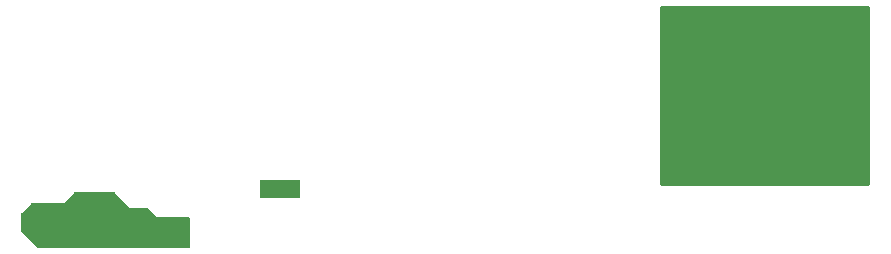
<source format=gbr>
G04 EAGLE Gerber X2 export*
%TF.Part,Single*%
%TF.FileFunction,Other,stiffener on top layer*%
%TF.FilePolarity,Positive*%
%TF.GenerationSoftware,Autodesk,EAGLE,9.6.2*%
%TF.CreationDate,2022-04-17T12:17:04Z*%
G75*
%MOMM*%
%FSLAX34Y34*%
%LPD*%
%INstiffener top*%
%AMOC8*
5,1,8,0,0,1.08239X$1,22.5*%
G01*
%ADD10R,3.500000X1.500000*%

G36*
X789618Y-46254D02*
X789618Y-46254D01*
X789737Y-46247D01*
X789775Y-46234D01*
X789816Y-46229D01*
X789926Y-46186D01*
X790039Y-46149D01*
X790074Y-46127D01*
X790111Y-46112D01*
X790207Y-46043D01*
X790308Y-45979D01*
X790336Y-45949D01*
X790369Y-45926D01*
X790445Y-45834D01*
X790526Y-45747D01*
X790546Y-45712D01*
X790571Y-45681D01*
X790622Y-45573D01*
X790680Y-45469D01*
X790690Y-45429D01*
X790707Y-45393D01*
X790729Y-45276D01*
X790759Y-45161D01*
X790763Y-45101D01*
X790767Y-45081D01*
X790765Y-45060D01*
X790769Y-45000D01*
X790769Y105000D01*
X790754Y105118D01*
X790747Y105237D01*
X790734Y105275D01*
X790729Y105316D01*
X790686Y105426D01*
X790649Y105539D01*
X790627Y105574D01*
X790612Y105611D01*
X790543Y105707D01*
X790479Y105808D01*
X790449Y105836D01*
X790426Y105869D01*
X790334Y105945D01*
X790247Y106026D01*
X790212Y106046D01*
X790181Y106071D01*
X790073Y106122D01*
X789969Y106180D01*
X789929Y106190D01*
X789893Y106207D01*
X789776Y106229D01*
X789661Y106259D01*
X789601Y106263D01*
X789581Y106267D01*
X789560Y106265D01*
X789500Y106269D01*
X615000Y106269D01*
X614882Y106254D01*
X614763Y106247D01*
X614725Y106234D01*
X614684Y106229D01*
X614574Y106186D01*
X614461Y106149D01*
X614426Y106127D01*
X614389Y106112D01*
X614293Y106043D01*
X614192Y105979D01*
X614164Y105949D01*
X614131Y105926D01*
X614056Y105834D01*
X613974Y105747D01*
X613954Y105712D01*
X613929Y105681D01*
X613878Y105573D01*
X613820Y105469D01*
X613810Y105429D01*
X613793Y105393D01*
X613771Y105276D01*
X613741Y105161D01*
X613737Y105101D01*
X613733Y105081D01*
X613735Y105060D01*
X613731Y105000D01*
X613731Y-45000D01*
X613746Y-45118D01*
X613753Y-45237D01*
X613766Y-45275D01*
X613771Y-45316D01*
X613814Y-45426D01*
X613851Y-45539D01*
X613873Y-45574D01*
X613888Y-45611D01*
X613958Y-45707D01*
X614021Y-45808D01*
X614051Y-45836D01*
X614074Y-45869D01*
X614166Y-45945D01*
X614253Y-46026D01*
X614288Y-46046D01*
X614319Y-46071D01*
X614427Y-46122D01*
X614531Y-46180D01*
X614571Y-46190D01*
X614607Y-46207D01*
X614724Y-46229D01*
X614839Y-46259D01*
X614900Y-46263D01*
X614920Y-46267D01*
X614940Y-46265D01*
X615000Y-46269D01*
X789500Y-46269D01*
X789618Y-46254D01*
G37*
G36*
X214026Y-98520D02*
X214026Y-98520D01*
X214052Y-98522D01*
X214199Y-98500D01*
X214346Y-98483D01*
X214371Y-98475D01*
X214397Y-98471D01*
X214535Y-98416D01*
X214674Y-98366D01*
X214696Y-98352D01*
X214721Y-98342D01*
X214842Y-98257D01*
X214967Y-98177D01*
X214985Y-98158D01*
X215007Y-98143D01*
X215106Y-98033D01*
X215209Y-97926D01*
X215223Y-97904D01*
X215240Y-97884D01*
X215312Y-97754D01*
X215388Y-97627D01*
X215396Y-97602D01*
X215409Y-97579D01*
X215449Y-97436D01*
X215494Y-97295D01*
X215496Y-97269D01*
X215504Y-97244D01*
X215523Y-97000D01*
X215523Y-74000D01*
X215520Y-73974D01*
X215522Y-73948D01*
X215500Y-73801D01*
X215483Y-73654D01*
X215475Y-73629D01*
X215471Y-73603D01*
X215416Y-73465D01*
X215366Y-73326D01*
X215352Y-73304D01*
X215342Y-73279D01*
X215257Y-73158D01*
X215177Y-73033D01*
X215158Y-73015D01*
X215143Y-72993D01*
X215033Y-72894D01*
X214926Y-72791D01*
X214904Y-72777D01*
X214884Y-72760D01*
X214754Y-72688D01*
X214627Y-72612D01*
X214602Y-72604D01*
X214579Y-72591D01*
X214436Y-72551D01*
X214295Y-72506D01*
X214269Y-72504D01*
X214244Y-72496D01*
X214000Y-72477D01*
X187631Y-72477D01*
X180077Y-64923D01*
X179978Y-64844D01*
X179884Y-64760D01*
X179842Y-64736D01*
X179804Y-64706D01*
X179690Y-64652D01*
X179579Y-64591D01*
X179533Y-64578D01*
X179489Y-64557D01*
X179366Y-64531D01*
X179244Y-64496D01*
X179183Y-64492D01*
X179148Y-64484D01*
X179100Y-64485D01*
X179000Y-64477D01*
X164631Y-64477D01*
X152077Y-51923D01*
X151978Y-51844D01*
X151884Y-51760D01*
X151842Y-51736D01*
X151804Y-51706D01*
X151690Y-51652D01*
X151579Y-51591D01*
X151533Y-51578D01*
X151489Y-51557D01*
X151366Y-51531D01*
X151244Y-51496D01*
X151183Y-51492D01*
X151148Y-51484D01*
X151100Y-51485D01*
X151000Y-51477D01*
X118000Y-51477D01*
X117874Y-51491D01*
X117748Y-51498D01*
X117702Y-51511D01*
X117654Y-51517D01*
X117535Y-51559D01*
X117413Y-51594D01*
X117371Y-51618D01*
X117326Y-51634D01*
X117219Y-51703D01*
X117109Y-51764D01*
X117063Y-51804D01*
X117033Y-51823D01*
X116999Y-51858D01*
X116923Y-51923D01*
X108369Y-60477D01*
X82000Y-60477D01*
X81874Y-60491D01*
X81748Y-60498D01*
X81702Y-60511D01*
X81654Y-60517D01*
X81535Y-60559D01*
X81413Y-60594D01*
X81371Y-60618D01*
X81326Y-60634D01*
X81219Y-60703D01*
X81109Y-60764D01*
X81063Y-60804D01*
X81033Y-60823D01*
X80999Y-60858D01*
X80923Y-60923D01*
X72923Y-68923D01*
X72844Y-69022D01*
X72760Y-69116D01*
X72736Y-69158D01*
X72706Y-69196D01*
X72652Y-69310D01*
X72591Y-69421D01*
X72578Y-69467D01*
X72557Y-69511D01*
X72531Y-69634D01*
X72496Y-69756D01*
X72492Y-69817D01*
X72484Y-69852D01*
X72485Y-69900D01*
X72477Y-70000D01*
X72477Y-84000D01*
X72491Y-84126D01*
X72498Y-84252D01*
X72511Y-84298D01*
X72517Y-84346D01*
X72559Y-84465D01*
X72594Y-84587D01*
X72618Y-84629D01*
X72634Y-84674D01*
X72703Y-84781D01*
X72764Y-84891D01*
X72804Y-84937D01*
X72823Y-84967D01*
X72858Y-85001D01*
X72923Y-85077D01*
X85923Y-98077D01*
X86022Y-98156D01*
X86116Y-98240D01*
X86158Y-98264D01*
X86196Y-98294D01*
X86310Y-98348D01*
X86421Y-98409D01*
X86467Y-98422D01*
X86511Y-98443D01*
X86634Y-98469D01*
X86756Y-98504D01*
X86817Y-98509D01*
X86852Y-98516D01*
X86900Y-98515D01*
X87000Y-98523D01*
X214000Y-98523D01*
X214026Y-98520D01*
G37*
D10*
X291500Y-48500D03*
M02*

</source>
